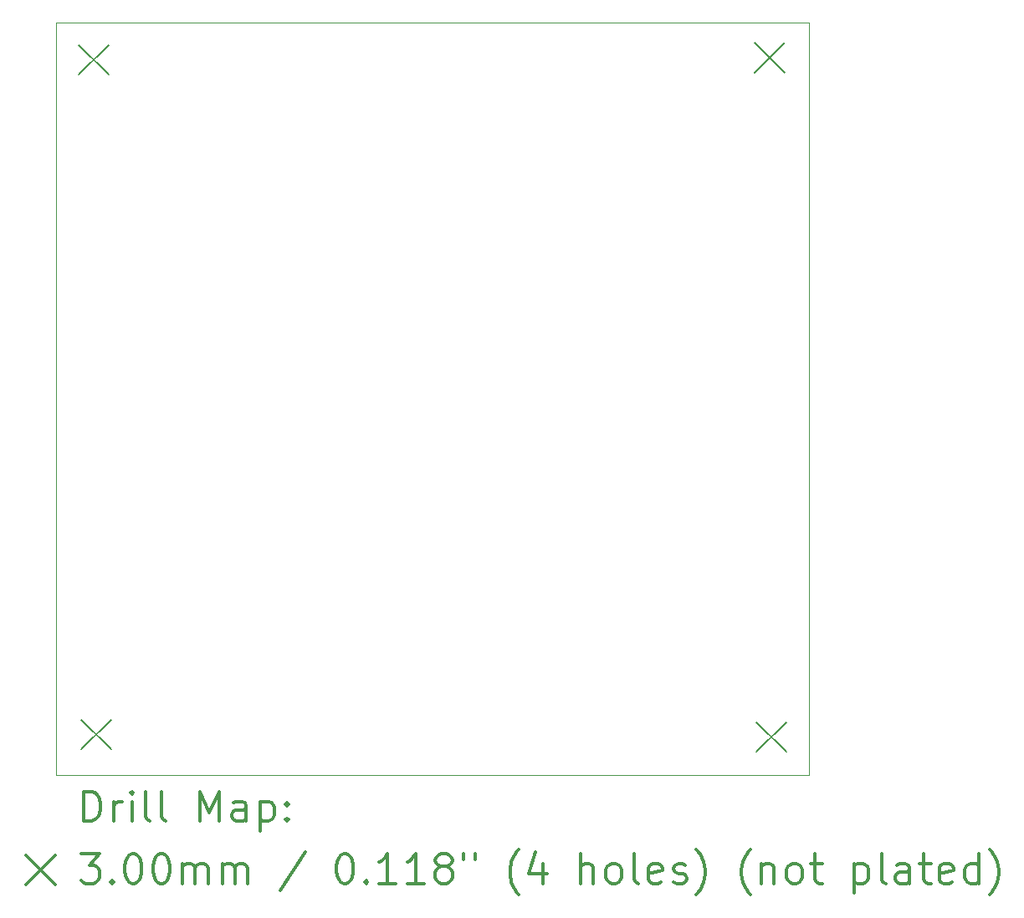
<source format=gbr>
%FSLAX45Y45*%
G04 Gerber Fmt 4.5, Leading zero omitted, Abs format (unit mm)*
G04 Created by KiCad (PCBNEW (5.1.6-0-10_14)) date 2022-02-17 20:51:51*
%MOMM*%
%LPD*%
G01*
G04 APERTURE LIST*
%TA.AperFunction,Profile*%
%ADD10C,0.100000*%
%TD*%
%ADD11C,0.200000*%
%ADD12C,0.300000*%
G04 APERTURE END LIST*
D10*
X20828000Y-6096000D02*
X20828000Y-13716000D01*
X13208000Y-6096000D02*
X20828000Y-6096000D01*
X13208000Y-13716000D02*
X13208000Y-6096000D01*
X20828000Y-13716000D02*
X13208000Y-13716000D01*
D11*
X20279220Y-6306680D02*
X20579220Y-6606680D01*
X20579220Y-6306680D02*
X20279220Y-6606680D01*
X13464400Y-13159600D02*
X13764400Y-13459600D01*
X13764400Y-13159600D02*
X13464400Y-13459600D01*
X20297000Y-13185000D02*
X20597000Y-13485000D01*
X20597000Y-13185000D02*
X20297000Y-13485000D01*
X13439000Y-6327000D02*
X13739000Y-6627000D01*
X13739000Y-6327000D02*
X13439000Y-6627000D01*
D12*
X13489428Y-14186714D02*
X13489428Y-13886714D01*
X13560857Y-13886714D01*
X13603714Y-13901000D01*
X13632286Y-13929571D01*
X13646571Y-13958143D01*
X13660857Y-14015286D01*
X13660857Y-14058143D01*
X13646571Y-14115286D01*
X13632286Y-14143857D01*
X13603714Y-14172429D01*
X13560857Y-14186714D01*
X13489428Y-14186714D01*
X13789428Y-14186714D02*
X13789428Y-13986714D01*
X13789428Y-14043857D02*
X13803714Y-14015286D01*
X13818000Y-14001000D01*
X13846571Y-13986714D01*
X13875143Y-13986714D01*
X13975143Y-14186714D02*
X13975143Y-13986714D01*
X13975143Y-13886714D02*
X13960857Y-13901000D01*
X13975143Y-13915286D01*
X13989428Y-13901000D01*
X13975143Y-13886714D01*
X13975143Y-13915286D01*
X14160857Y-14186714D02*
X14132286Y-14172429D01*
X14118000Y-14143857D01*
X14118000Y-13886714D01*
X14318000Y-14186714D02*
X14289428Y-14172429D01*
X14275143Y-14143857D01*
X14275143Y-13886714D01*
X14660857Y-14186714D02*
X14660857Y-13886714D01*
X14760857Y-14101000D01*
X14860857Y-13886714D01*
X14860857Y-14186714D01*
X15132286Y-14186714D02*
X15132286Y-14029571D01*
X15118000Y-14001000D01*
X15089428Y-13986714D01*
X15032286Y-13986714D01*
X15003714Y-14001000D01*
X15132286Y-14172429D02*
X15103714Y-14186714D01*
X15032286Y-14186714D01*
X15003714Y-14172429D01*
X14989428Y-14143857D01*
X14989428Y-14115286D01*
X15003714Y-14086714D01*
X15032286Y-14072429D01*
X15103714Y-14072429D01*
X15132286Y-14058143D01*
X15275143Y-13986714D02*
X15275143Y-14286714D01*
X15275143Y-14001000D02*
X15303714Y-13986714D01*
X15360857Y-13986714D01*
X15389428Y-14001000D01*
X15403714Y-14015286D01*
X15418000Y-14043857D01*
X15418000Y-14129571D01*
X15403714Y-14158143D01*
X15389428Y-14172429D01*
X15360857Y-14186714D01*
X15303714Y-14186714D01*
X15275143Y-14172429D01*
X15546571Y-14158143D02*
X15560857Y-14172429D01*
X15546571Y-14186714D01*
X15532286Y-14172429D01*
X15546571Y-14158143D01*
X15546571Y-14186714D01*
X15546571Y-14001000D02*
X15560857Y-14015286D01*
X15546571Y-14029571D01*
X15532286Y-14015286D01*
X15546571Y-14001000D01*
X15546571Y-14029571D01*
X12903000Y-14531000D02*
X13203000Y-14831000D01*
X13203000Y-14531000D02*
X12903000Y-14831000D01*
X13460857Y-14516714D02*
X13646571Y-14516714D01*
X13546571Y-14631000D01*
X13589428Y-14631000D01*
X13618000Y-14645286D01*
X13632286Y-14659571D01*
X13646571Y-14688143D01*
X13646571Y-14759571D01*
X13632286Y-14788143D01*
X13618000Y-14802429D01*
X13589428Y-14816714D01*
X13503714Y-14816714D01*
X13475143Y-14802429D01*
X13460857Y-14788143D01*
X13775143Y-14788143D02*
X13789428Y-14802429D01*
X13775143Y-14816714D01*
X13760857Y-14802429D01*
X13775143Y-14788143D01*
X13775143Y-14816714D01*
X13975143Y-14516714D02*
X14003714Y-14516714D01*
X14032286Y-14531000D01*
X14046571Y-14545286D01*
X14060857Y-14573857D01*
X14075143Y-14631000D01*
X14075143Y-14702429D01*
X14060857Y-14759571D01*
X14046571Y-14788143D01*
X14032286Y-14802429D01*
X14003714Y-14816714D01*
X13975143Y-14816714D01*
X13946571Y-14802429D01*
X13932286Y-14788143D01*
X13918000Y-14759571D01*
X13903714Y-14702429D01*
X13903714Y-14631000D01*
X13918000Y-14573857D01*
X13932286Y-14545286D01*
X13946571Y-14531000D01*
X13975143Y-14516714D01*
X14260857Y-14516714D02*
X14289428Y-14516714D01*
X14318000Y-14531000D01*
X14332286Y-14545286D01*
X14346571Y-14573857D01*
X14360857Y-14631000D01*
X14360857Y-14702429D01*
X14346571Y-14759571D01*
X14332286Y-14788143D01*
X14318000Y-14802429D01*
X14289428Y-14816714D01*
X14260857Y-14816714D01*
X14232286Y-14802429D01*
X14218000Y-14788143D01*
X14203714Y-14759571D01*
X14189428Y-14702429D01*
X14189428Y-14631000D01*
X14203714Y-14573857D01*
X14218000Y-14545286D01*
X14232286Y-14531000D01*
X14260857Y-14516714D01*
X14489428Y-14816714D02*
X14489428Y-14616714D01*
X14489428Y-14645286D02*
X14503714Y-14631000D01*
X14532286Y-14616714D01*
X14575143Y-14616714D01*
X14603714Y-14631000D01*
X14618000Y-14659571D01*
X14618000Y-14816714D01*
X14618000Y-14659571D02*
X14632286Y-14631000D01*
X14660857Y-14616714D01*
X14703714Y-14616714D01*
X14732286Y-14631000D01*
X14746571Y-14659571D01*
X14746571Y-14816714D01*
X14889428Y-14816714D02*
X14889428Y-14616714D01*
X14889428Y-14645286D02*
X14903714Y-14631000D01*
X14932286Y-14616714D01*
X14975143Y-14616714D01*
X15003714Y-14631000D01*
X15018000Y-14659571D01*
X15018000Y-14816714D01*
X15018000Y-14659571D02*
X15032286Y-14631000D01*
X15060857Y-14616714D01*
X15103714Y-14616714D01*
X15132286Y-14631000D01*
X15146571Y-14659571D01*
X15146571Y-14816714D01*
X15732286Y-14502429D02*
X15475143Y-14888143D01*
X16118000Y-14516714D02*
X16146571Y-14516714D01*
X16175143Y-14531000D01*
X16189428Y-14545286D01*
X16203714Y-14573857D01*
X16218000Y-14631000D01*
X16218000Y-14702429D01*
X16203714Y-14759571D01*
X16189428Y-14788143D01*
X16175143Y-14802429D01*
X16146571Y-14816714D01*
X16118000Y-14816714D01*
X16089428Y-14802429D01*
X16075143Y-14788143D01*
X16060857Y-14759571D01*
X16046571Y-14702429D01*
X16046571Y-14631000D01*
X16060857Y-14573857D01*
X16075143Y-14545286D01*
X16089428Y-14531000D01*
X16118000Y-14516714D01*
X16346571Y-14788143D02*
X16360857Y-14802429D01*
X16346571Y-14816714D01*
X16332286Y-14802429D01*
X16346571Y-14788143D01*
X16346571Y-14816714D01*
X16646571Y-14816714D02*
X16475143Y-14816714D01*
X16560857Y-14816714D02*
X16560857Y-14516714D01*
X16532286Y-14559571D01*
X16503714Y-14588143D01*
X16475143Y-14602429D01*
X16932286Y-14816714D02*
X16760857Y-14816714D01*
X16846571Y-14816714D02*
X16846571Y-14516714D01*
X16818000Y-14559571D01*
X16789428Y-14588143D01*
X16760857Y-14602429D01*
X17103714Y-14645286D02*
X17075143Y-14631000D01*
X17060857Y-14616714D01*
X17046571Y-14588143D01*
X17046571Y-14573857D01*
X17060857Y-14545286D01*
X17075143Y-14531000D01*
X17103714Y-14516714D01*
X17160857Y-14516714D01*
X17189428Y-14531000D01*
X17203714Y-14545286D01*
X17218000Y-14573857D01*
X17218000Y-14588143D01*
X17203714Y-14616714D01*
X17189428Y-14631000D01*
X17160857Y-14645286D01*
X17103714Y-14645286D01*
X17075143Y-14659571D01*
X17060857Y-14673857D01*
X17046571Y-14702429D01*
X17046571Y-14759571D01*
X17060857Y-14788143D01*
X17075143Y-14802429D01*
X17103714Y-14816714D01*
X17160857Y-14816714D01*
X17189428Y-14802429D01*
X17203714Y-14788143D01*
X17218000Y-14759571D01*
X17218000Y-14702429D01*
X17203714Y-14673857D01*
X17189428Y-14659571D01*
X17160857Y-14645286D01*
X17332286Y-14516714D02*
X17332286Y-14573857D01*
X17446571Y-14516714D02*
X17446571Y-14573857D01*
X17889428Y-14931000D02*
X17875143Y-14916714D01*
X17846571Y-14873857D01*
X17832286Y-14845286D01*
X17818000Y-14802429D01*
X17803714Y-14731000D01*
X17803714Y-14673857D01*
X17818000Y-14602429D01*
X17832286Y-14559571D01*
X17846571Y-14531000D01*
X17875143Y-14488143D01*
X17889428Y-14473857D01*
X18132286Y-14616714D02*
X18132286Y-14816714D01*
X18060857Y-14502429D02*
X17989428Y-14716714D01*
X18175143Y-14716714D01*
X18518000Y-14816714D02*
X18518000Y-14516714D01*
X18646571Y-14816714D02*
X18646571Y-14659571D01*
X18632286Y-14631000D01*
X18603714Y-14616714D01*
X18560857Y-14616714D01*
X18532286Y-14631000D01*
X18518000Y-14645286D01*
X18832286Y-14816714D02*
X18803714Y-14802429D01*
X18789428Y-14788143D01*
X18775143Y-14759571D01*
X18775143Y-14673857D01*
X18789428Y-14645286D01*
X18803714Y-14631000D01*
X18832286Y-14616714D01*
X18875143Y-14616714D01*
X18903714Y-14631000D01*
X18918000Y-14645286D01*
X18932286Y-14673857D01*
X18932286Y-14759571D01*
X18918000Y-14788143D01*
X18903714Y-14802429D01*
X18875143Y-14816714D01*
X18832286Y-14816714D01*
X19103714Y-14816714D02*
X19075143Y-14802429D01*
X19060857Y-14773857D01*
X19060857Y-14516714D01*
X19332286Y-14802429D02*
X19303714Y-14816714D01*
X19246571Y-14816714D01*
X19218000Y-14802429D01*
X19203714Y-14773857D01*
X19203714Y-14659571D01*
X19218000Y-14631000D01*
X19246571Y-14616714D01*
X19303714Y-14616714D01*
X19332286Y-14631000D01*
X19346571Y-14659571D01*
X19346571Y-14688143D01*
X19203714Y-14716714D01*
X19460857Y-14802429D02*
X19489428Y-14816714D01*
X19546571Y-14816714D01*
X19575143Y-14802429D01*
X19589428Y-14773857D01*
X19589428Y-14759571D01*
X19575143Y-14731000D01*
X19546571Y-14716714D01*
X19503714Y-14716714D01*
X19475143Y-14702429D01*
X19460857Y-14673857D01*
X19460857Y-14659571D01*
X19475143Y-14631000D01*
X19503714Y-14616714D01*
X19546571Y-14616714D01*
X19575143Y-14631000D01*
X19689428Y-14931000D02*
X19703714Y-14916714D01*
X19732286Y-14873857D01*
X19746571Y-14845286D01*
X19760857Y-14802429D01*
X19775143Y-14731000D01*
X19775143Y-14673857D01*
X19760857Y-14602429D01*
X19746571Y-14559571D01*
X19732286Y-14531000D01*
X19703714Y-14488143D01*
X19689428Y-14473857D01*
X20232286Y-14931000D02*
X20218000Y-14916714D01*
X20189428Y-14873857D01*
X20175143Y-14845286D01*
X20160857Y-14802429D01*
X20146571Y-14731000D01*
X20146571Y-14673857D01*
X20160857Y-14602429D01*
X20175143Y-14559571D01*
X20189428Y-14531000D01*
X20218000Y-14488143D01*
X20232286Y-14473857D01*
X20346571Y-14616714D02*
X20346571Y-14816714D01*
X20346571Y-14645286D02*
X20360857Y-14631000D01*
X20389428Y-14616714D01*
X20432286Y-14616714D01*
X20460857Y-14631000D01*
X20475143Y-14659571D01*
X20475143Y-14816714D01*
X20660857Y-14816714D02*
X20632286Y-14802429D01*
X20618000Y-14788143D01*
X20603714Y-14759571D01*
X20603714Y-14673857D01*
X20618000Y-14645286D01*
X20632286Y-14631000D01*
X20660857Y-14616714D01*
X20703714Y-14616714D01*
X20732286Y-14631000D01*
X20746571Y-14645286D01*
X20760857Y-14673857D01*
X20760857Y-14759571D01*
X20746571Y-14788143D01*
X20732286Y-14802429D01*
X20703714Y-14816714D01*
X20660857Y-14816714D01*
X20846571Y-14616714D02*
X20960857Y-14616714D01*
X20889428Y-14516714D02*
X20889428Y-14773857D01*
X20903714Y-14802429D01*
X20932286Y-14816714D01*
X20960857Y-14816714D01*
X21289428Y-14616714D02*
X21289428Y-14916714D01*
X21289428Y-14631000D02*
X21318000Y-14616714D01*
X21375143Y-14616714D01*
X21403714Y-14631000D01*
X21418000Y-14645286D01*
X21432286Y-14673857D01*
X21432286Y-14759571D01*
X21418000Y-14788143D01*
X21403714Y-14802429D01*
X21375143Y-14816714D01*
X21318000Y-14816714D01*
X21289428Y-14802429D01*
X21603714Y-14816714D02*
X21575143Y-14802429D01*
X21560857Y-14773857D01*
X21560857Y-14516714D01*
X21846571Y-14816714D02*
X21846571Y-14659571D01*
X21832286Y-14631000D01*
X21803714Y-14616714D01*
X21746571Y-14616714D01*
X21718000Y-14631000D01*
X21846571Y-14802429D02*
X21818000Y-14816714D01*
X21746571Y-14816714D01*
X21718000Y-14802429D01*
X21703714Y-14773857D01*
X21703714Y-14745286D01*
X21718000Y-14716714D01*
X21746571Y-14702429D01*
X21818000Y-14702429D01*
X21846571Y-14688143D01*
X21946571Y-14616714D02*
X22060857Y-14616714D01*
X21989428Y-14516714D02*
X21989428Y-14773857D01*
X22003714Y-14802429D01*
X22032286Y-14816714D01*
X22060857Y-14816714D01*
X22275143Y-14802429D02*
X22246571Y-14816714D01*
X22189428Y-14816714D01*
X22160857Y-14802429D01*
X22146571Y-14773857D01*
X22146571Y-14659571D01*
X22160857Y-14631000D01*
X22189428Y-14616714D01*
X22246571Y-14616714D01*
X22275143Y-14631000D01*
X22289428Y-14659571D01*
X22289428Y-14688143D01*
X22146571Y-14716714D01*
X22546571Y-14816714D02*
X22546571Y-14516714D01*
X22546571Y-14802429D02*
X22518000Y-14816714D01*
X22460857Y-14816714D01*
X22432286Y-14802429D01*
X22418000Y-14788143D01*
X22403714Y-14759571D01*
X22403714Y-14673857D01*
X22418000Y-14645286D01*
X22432286Y-14631000D01*
X22460857Y-14616714D01*
X22518000Y-14616714D01*
X22546571Y-14631000D01*
X22660857Y-14931000D02*
X22675143Y-14916714D01*
X22703714Y-14873857D01*
X22718000Y-14845286D01*
X22732286Y-14802429D01*
X22746571Y-14731000D01*
X22746571Y-14673857D01*
X22732286Y-14602429D01*
X22718000Y-14559571D01*
X22703714Y-14531000D01*
X22675143Y-14488143D01*
X22660857Y-14473857D01*
M02*

</source>
